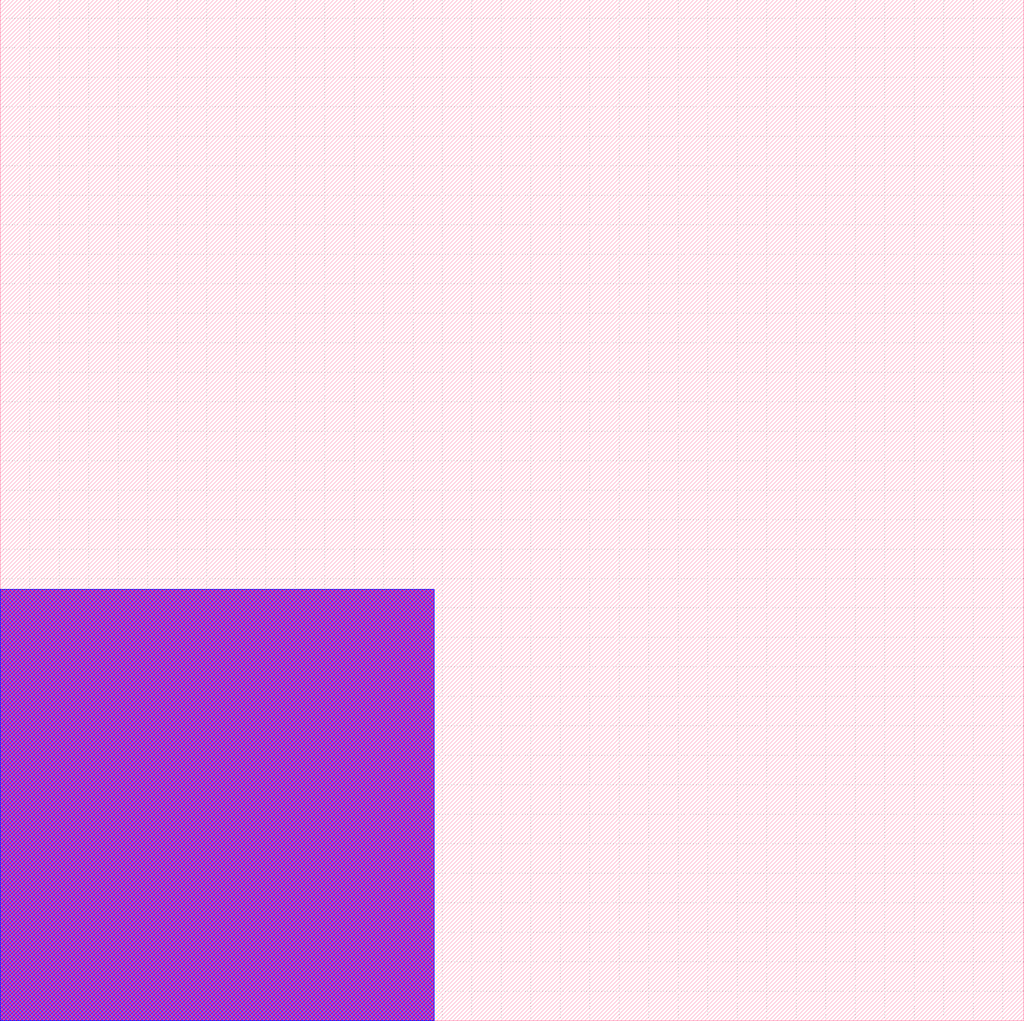
<source format=lef>
###############################################################
#  Generated by:      Cadence Innovus 21.10-p004_1
#  OS:                Linux x86_64(Host ID localhost.localdomain)
#  Generated on:      Fri Feb  3 11:26:16 2023
#  Design:            i2c_master_top
#  Command:           write_lef_abstract i2c_master_top.lef -top_layer 9 -stripe_pins
###############################################################

VERSION 5.8 ;

BUSBITCHARS "[]" ;
DIVIDERCHAR "/" ;

MACRO i2c_master_top
  CLASS BLOCK ;
  SIZE 173.600000 BY 173.150000 ;
  FOREIGN i2c_master_top 0.000000 0.000000 ;
  ORIGIN 0 0 ;
  SYMMETRY X Y R90 ;
  PIN wb_clk_i
    DIRECTION INPUT ;
    USE SIGNAL ;
  END wb_clk_i
  PIN wb_rst_i
    DIRECTION INPUT ;
    USE SIGNAL ;
  END wb_rst_i
  PIN arst_i
    DIRECTION INPUT ;
    USE SIGNAL ;
  END arst_i
  PIN wb_adr_i[2]
    DIRECTION INPUT ;
    USE SIGNAL ;
  END wb_adr_i[2]
  PIN wb_adr_i[1]
    DIRECTION INPUT ;
    USE SIGNAL ;
  END wb_adr_i[1]
  PIN wb_adr_i[0]
    DIRECTION INPUT ;
    USE SIGNAL ;
  END wb_adr_i[0]
  PIN wb_dat_i[7]
    DIRECTION INPUT ;
    USE SIGNAL ;
  END wb_dat_i[7]
  PIN wb_dat_i[6]
    DIRECTION INPUT ;
    USE SIGNAL ;
  END wb_dat_i[6]
  PIN wb_dat_i[5]
    DIRECTION INPUT ;
    USE SIGNAL ;
  END wb_dat_i[5]
  PIN wb_dat_i[4]
    DIRECTION INPUT ;
    USE SIGNAL ;
  END wb_dat_i[4]
  PIN wb_dat_i[3]
    DIRECTION INPUT ;
    USE SIGNAL ;
  END wb_dat_i[3]
  PIN wb_dat_i[2]
    DIRECTION INPUT ;
    USE SIGNAL ;
  END wb_dat_i[2]
  PIN wb_dat_i[1]
    DIRECTION INPUT ;
    USE SIGNAL ;
  END wb_dat_i[1]
  PIN wb_dat_i[0]
    DIRECTION INPUT ;
    USE SIGNAL ;
  END wb_dat_i[0]
  PIN wb_dat_o[7]
    DIRECTION OUTPUT ;
    USE SIGNAL ;
  END wb_dat_o[7]
  PIN wb_dat_o[6]
    DIRECTION OUTPUT ;
    USE SIGNAL ;
  END wb_dat_o[6]
  PIN wb_dat_o[5]
    DIRECTION OUTPUT ;
    USE SIGNAL ;
  END wb_dat_o[5]
  PIN wb_dat_o[4]
    DIRECTION OUTPUT ;
    USE SIGNAL ;
  END wb_dat_o[4]
  PIN wb_dat_o[3]
    DIRECTION OUTPUT ;
    USE SIGNAL ;
  END wb_dat_o[3]
  PIN wb_dat_o[2]
    DIRECTION OUTPUT ;
    USE SIGNAL ;
  END wb_dat_o[2]
  PIN wb_dat_o[1]
    DIRECTION OUTPUT ;
    USE SIGNAL ;
  END wb_dat_o[1]
  PIN wb_dat_o[0]
    DIRECTION OUTPUT ;
    USE SIGNAL ;
  END wb_dat_o[0]
  PIN wb_we_i
    DIRECTION INPUT ;
    USE SIGNAL ;
  END wb_we_i
  PIN wb_stb_i
    DIRECTION INPUT ;
    USE SIGNAL ;
  END wb_stb_i
  PIN wb_cyc_i
    DIRECTION INPUT ;
    USE SIGNAL ;
  END wb_cyc_i
  PIN wb_ack_o
    DIRECTION OUTPUT ;
    USE SIGNAL ;
  END wb_ack_o
  PIN wb_inta_o
    DIRECTION OUTPUT ;
    USE SIGNAL ;
  END wb_inta_o
  PIN scl_pad_i
    DIRECTION INPUT ;
    USE SIGNAL ;
  END scl_pad_i
  PIN scl_pad_o
    DIRECTION OUTPUT ;
    USE SIGNAL ;
  END scl_pad_o
  PIN scl_padoen_o
    DIRECTION OUTPUT ;
    USE SIGNAL ;
  END scl_padoen_o
  PIN sda_pad_i
    DIRECTION INPUT ;
    USE SIGNAL ;
  END sda_pad_i
  PIN sda_pad_o
    DIRECTION OUTPUT ;
    USE SIGNAL ;
  END sda_pad_o
  PIN sda_padoen_o
    DIRECTION OUTPUT ;
    USE SIGNAL ;
  END sda_padoen_o
  OBS
    LAYER Metal1 ;
      RECT 0.000000 0.000000 73.600000 73.150000 ;
    LAYER Metal2 ;
      RECT 0.000000 0.000000 73.600000 73.150000 ;
    LAYER Metal3 ;
      RECT 0.000000 0.000000 73.600000 73.150000 ;
    LAYER Metal4 ;
      RECT 0.000000 0.000000 73.600000 73.150000 ;
    LAYER Metal5 ;
      RECT 0.000000 0.000000 73.600000 73.150000 ;
    LAYER Metal6 ;
      RECT 0.000000 0.000000 73.600000 73.150000 ;
    LAYER Metal7 ;
      RECT 0.000000 0.000000 73.600000 73.150000 ;
    LAYER Metal8 ;
      RECT 0.000000 0.000000 73.600000 73.150000 ;
    LAYER Metal9 ;
      RECT 0.000000 0.000000 73.600000 73.150000 ;
  END
END i2c_master_top

END LIBRARY

</source>
